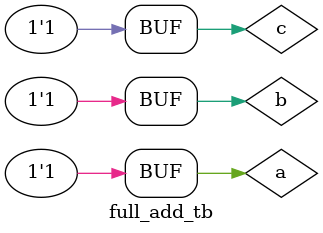
<source format=v>
module full_add(a,b,c,sum,cout);
  input a,b,c;
  output sum,cout;
  wire s1,c1,c2;
  half_add hal1 (a,b,s1,c1);
  half_add hal2 (c,s1,sum,c2);
  assign cout = c1 | c2; //or g1(cout,c1,c2);

endmodule


module half_add(ha,hb,hs,hc);
  input ha,hb;
  output hs,hc;
  assign hs = ha ^ hb;
  assign hc = ha & hb;
endmodule


module full_add_tb;
reg a,b,c;
wire sum,cout;

full_add dut(a,b,c,sum,cout);

initial begin
  a=0;b=0;c=0;
  $monitor("a = %b  b = %b  c = %b sum = %b  cout = %b",a,b,c,sum,cout);
  #2
  a=0;b=0;c=0;
  #2
  a=0;b=0;c=1;
  #2
  a=0;b=1;c=0;
  #2
  a=0;b=1;c=1;
  #2
  a=1;b=0;c=0;
  #2
  a=1;b=0;c=1;
  #2
  a=1;b=1;c=0;
  #2
  a=1;b=1;c=1;
end

endmodule

</source>
